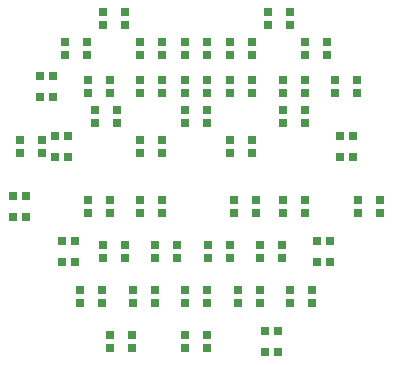
<source format=gbr>
%TF.GenerationSoftware,KiCad,Pcbnew,(6.0.9)*%
%TF.CreationDate,2023-01-27T16:36:23-09:00*%
%TF.ProjectId,GAUGE_Hydraulic Pressure,47415547-455f-4487-9964-7261756c6963,rev?*%
%TF.SameCoordinates,Original*%
%TF.FileFunction,Paste,Top*%
%TF.FilePolarity,Positive*%
%FSLAX46Y46*%
G04 Gerber Fmt 4.6, Leading zero omitted, Abs format (unit mm)*
G04 Created by KiCad (PCBNEW (6.0.9)) date 2023-01-27 16:36:23*
%MOMM*%
%LPD*%
G01*
G04 APERTURE LIST*
%ADD10R,0.700000X0.700000*%
G04 APERTURE END LIST*
D10*
%TO.C,D42*%
X191437000Y-108158000D03*
X191437000Y-107058000D03*
X193267000Y-107058000D03*
X193267000Y-108158000D03*
%TD*%
%TO.C,D41*%
X188262000Y-105618000D03*
X188262000Y-104518000D03*
X190092000Y-104518000D03*
X190092000Y-105618000D03*
%TD*%
%TO.C,D40*%
X185087000Y-108158000D03*
X185087000Y-107058000D03*
X186917000Y-107058000D03*
X186917000Y-108158000D03*
%TD*%
%TO.C,D39*%
X181277000Y-108158000D03*
X181277000Y-107058000D03*
X183107000Y-107058000D03*
X183107000Y-108158000D03*
%TD*%
%TO.C,D38*%
X177467000Y-108158000D03*
X177467000Y-107058000D03*
X179297000Y-107058000D03*
X179297000Y-108158000D03*
%TD*%
%TO.C,D37*%
X174292000Y-105618000D03*
X174292000Y-104518000D03*
X176122000Y-104518000D03*
X176122000Y-105618000D03*
%TD*%
%TO.C,D36*%
X171117000Y-108158000D03*
X171117000Y-107058000D03*
X172947000Y-107058000D03*
X172947000Y-108158000D03*
%TD*%
%TO.C,D35*%
X170042000Y-111698000D03*
X168942000Y-111698000D03*
X168942000Y-109868000D03*
X170042000Y-109868000D03*
%TD*%
%TO.C,D34*%
X174852000Y-110233000D03*
X174852000Y-111333000D03*
X173022000Y-111333000D03*
X173022000Y-110233000D03*
%TD*%
%TO.C,D33*%
X179297000Y-110233000D03*
X179297000Y-111333000D03*
X177467000Y-111333000D03*
X177467000Y-110233000D03*
%TD*%
%TO.C,D32*%
X183107000Y-110233000D03*
X183107000Y-111333000D03*
X181277000Y-111333000D03*
X181277000Y-110233000D03*
%TD*%
%TO.C,D31*%
X186917000Y-110233000D03*
X186917000Y-111333000D03*
X185087000Y-111333000D03*
X185087000Y-110233000D03*
%TD*%
%TO.C,D30*%
X191362000Y-110233000D03*
X191362000Y-111333000D03*
X189532000Y-111333000D03*
X189532000Y-110233000D03*
%TD*%
%TO.C,D29*%
X195807000Y-110233000D03*
X195807000Y-111333000D03*
X193977000Y-111333000D03*
X193977000Y-110233000D03*
%TD*%
%TO.C,D28*%
X195442000Y-116778000D03*
X194342000Y-116778000D03*
X194342000Y-114948000D03*
X195442000Y-114948000D03*
%TD*%
%TO.C,D27*%
X189532000Y-113873000D03*
X189532000Y-112773000D03*
X191362000Y-112773000D03*
X191362000Y-113873000D03*
%TD*%
%TO.C,D26*%
X185087000Y-116413000D03*
X185087000Y-115313000D03*
X186917000Y-115313000D03*
X186917000Y-116413000D03*
%TD*%
%TO.C,D25*%
X181277000Y-113873000D03*
X181277000Y-112773000D03*
X183107000Y-112773000D03*
X183107000Y-113873000D03*
%TD*%
%TO.C,D24*%
X177467000Y-116413000D03*
X177467000Y-115313000D03*
X179297000Y-115313000D03*
X179297000Y-116413000D03*
%TD*%
%TO.C,D23*%
X173657000Y-113873000D03*
X173657000Y-112773000D03*
X175487000Y-112773000D03*
X175487000Y-113873000D03*
%TD*%
%TO.C,D22*%
X171312000Y-116778000D03*
X170212000Y-116778000D03*
X170212000Y-114948000D03*
X171312000Y-114948000D03*
%TD*%
%TO.C,D21*%
X167307000Y-116413000D03*
X167307000Y-115313000D03*
X169137000Y-115313000D03*
X169137000Y-116413000D03*
%TD*%
%TO.C,D20*%
X167819000Y-121858000D03*
X166719000Y-121858000D03*
X166719000Y-120028000D03*
X167819000Y-120028000D03*
%TD*%
%TO.C,D19*%
X174852000Y-120393000D03*
X174852000Y-121493000D03*
X173022000Y-121493000D03*
X173022000Y-120393000D03*
%TD*%
%TO.C,D18*%
X179297000Y-120393000D03*
X179297000Y-121493000D03*
X177467000Y-121493000D03*
X177467000Y-120393000D03*
%TD*%
%TO.C,D17*%
X187234000Y-120393000D03*
X187234000Y-121493000D03*
X185404000Y-121493000D03*
X185404000Y-120393000D03*
%TD*%
%TO.C,D16*%
X191362000Y-120393000D03*
X191362000Y-121493000D03*
X189532000Y-121493000D03*
X189532000Y-120393000D03*
%TD*%
%TO.C,D15*%
X197712000Y-120393000D03*
X197712000Y-121493000D03*
X195882000Y-121493000D03*
X195882000Y-120393000D03*
%TD*%
%TO.C,D14*%
X193537000Y-125668000D03*
X192437000Y-125668000D03*
X192437000Y-123838000D03*
X193537000Y-123838000D03*
%TD*%
%TO.C,D13*%
X187627000Y-125303000D03*
X187627000Y-124203000D03*
X189457000Y-124203000D03*
X189457000Y-125303000D03*
%TD*%
%TO.C,D12*%
X183182000Y-125303000D03*
X183182000Y-124203000D03*
X185012000Y-124203000D03*
X185012000Y-125303000D03*
%TD*%
%TO.C,D11*%
X178737000Y-125303000D03*
X178737000Y-124203000D03*
X180567000Y-124203000D03*
X180567000Y-125303000D03*
%TD*%
%TO.C,D10*%
X174292000Y-125303000D03*
X174292000Y-124203000D03*
X176122000Y-124203000D03*
X176122000Y-125303000D03*
%TD*%
%TO.C,D9*%
X171947000Y-125668000D03*
X170847000Y-125668000D03*
X170847000Y-123838000D03*
X171947000Y-123838000D03*
%TD*%
%TO.C,D8*%
X174217000Y-128013000D03*
X174217000Y-129113000D03*
X172387000Y-129113000D03*
X172387000Y-128013000D03*
%TD*%
%TO.C,D7*%
X178662000Y-128013000D03*
X178662000Y-129113000D03*
X176832000Y-129113000D03*
X176832000Y-128013000D03*
%TD*%
%TO.C,D6*%
X183107000Y-128013000D03*
X183107000Y-129113000D03*
X181277000Y-129113000D03*
X181277000Y-128013000D03*
%TD*%
%TO.C,D5*%
X187552000Y-128013000D03*
X187552000Y-129113000D03*
X185722000Y-129113000D03*
X185722000Y-128013000D03*
%TD*%
%TO.C,D4*%
X191997000Y-128013000D03*
X191997000Y-129113000D03*
X190167000Y-129113000D03*
X190167000Y-128013000D03*
%TD*%
%TO.C,D3*%
X189092000Y-133288000D03*
X187992000Y-133288000D03*
X187992000Y-131458000D03*
X189092000Y-131458000D03*
%TD*%
%TO.C,D2*%
X181277000Y-132923000D03*
X181277000Y-131823000D03*
X183107000Y-131823000D03*
X183107000Y-132923000D03*
%TD*%
%TO.C,D1*%
X174927000Y-132923000D03*
X174927000Y-131823000D03*
X176757000Y-131823000D03*
X176757000Y-132923000D03*
%TD*%
M02*

</source>
